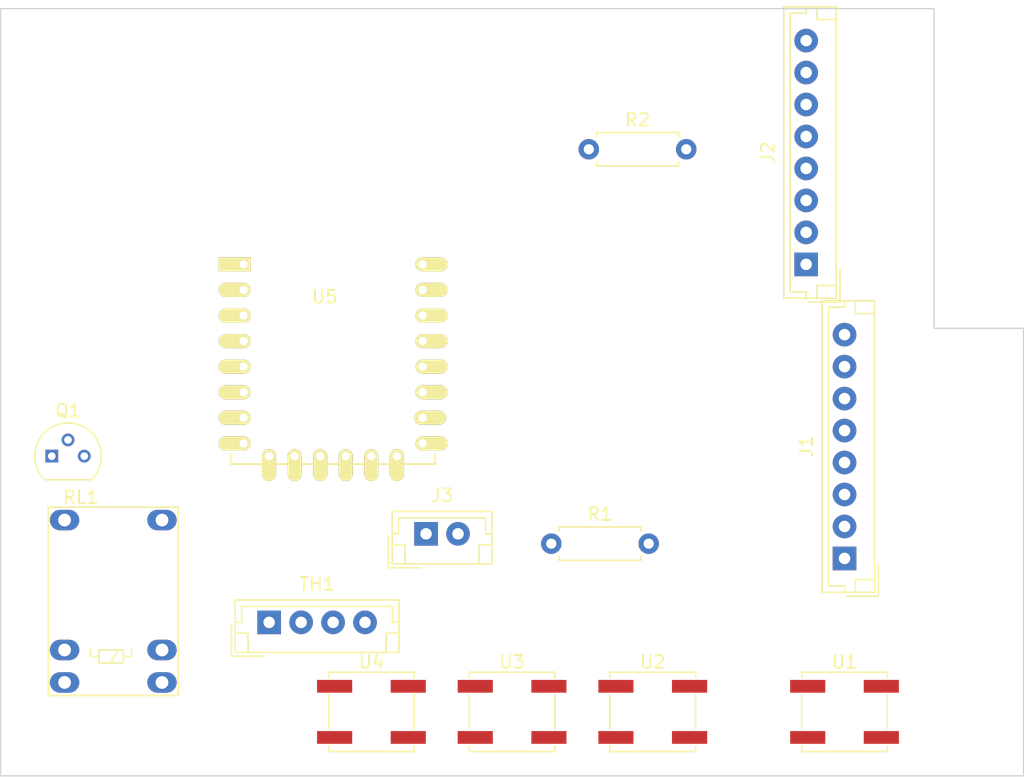
<source format=kicad_pcb>
(kicad_pcb (version 4) (host pcbnew 4.0.6+dfsg1-1)

  (general
    (links 42)
    (no_connects 42)
    (area 96.949999 71.949999 177.050001 132.050001)
    (thickness 1.6)
    (drawings 6)
    (tracks 0)
    (zones 0)
    (modules 13)
    (nets 19)
  )

  (page A4)
  (layers
    (0 F.Cu signal)
    (31 B.Cu signal)
    (32 B.Adhes user)
    (33 F.Adhes user)
    (34 B.Paste user)
    (35 F.Paste user)
    (36 B.SilkS user)
    (37 F.SilkS user)
    (38 B.Mask user)
    (39 F.Mask user)
    (40 Dwgs.User user)
    (41 Cmts.User user)
    (42 Eco1.User user)
    (43 Eco2.User user)
    (44 Edge.Cuts user)
    (45 Margin user)
    (46 B.CrtYd user)
    (47 F.CrtYd user)
    (48 B.Fab user)
    (49 F.Fab user)
  )

  (setup
    (last_trace_width 0.8)
    (trace_clearance 0.2)
    (zone_clearance 0.508)
    (zone_45_only no)
    (trace_min 0.2)
    (segment_width 0.2)
    (edge_width 0.1)
    (via_size 1)
    (via_drill 0.8)
    (via_min_size 0.4)
    (via_min_drill 0.3)
    (uvia_size 0.8)
    (uvia_drill 0.6)
    (uvias_allowed no)
    (uvia_min_size 0.2)
    (uvia_min_drill 0.1)
    (pcb_text_width 0.3)
    (pcb_text_size 1.5 1.5)
    (mod_edge_width 0.15)
    (mod_text_size 1 1)
    (mod_text_width 0.15)
    (pad_size 1.5 1.5)
    (pad_drill 0.6)
    (pad_to_mask_clearance 0)
    (aux_axis_origin 0 0)
    (visible_elements FFFFFF7F)
    (pcbplotparams
      (layerselection 0x00030_80000001)
      (usegerberextensions false)
      (excludeedgelayer true)
      (linewidth 0.100000)
      (plotframeref false)
      (viasonmask false)
      (mode 1)
      (useauxorigin false)
      (hpglpennumber 1)
      (hpglpenspeed 20)
      (hpglpendiameter 15)
      (hpglpenoverlay 2)
      (psnegative false)
      (psa4output false)
      (plotreference true)
      (plotvalue true)
      (plotinvisibletext false)
      (padsonsilk false)
      (subtractmaskfromsilk false)
      (outputformat 1)
      (mirror false)
      (drillshape 1)
      (scaleselection 1)
      (outputdirectory ""))
  )

  (net 0 "")
  (net 1 GND)
  (net 2 VCC)
  (net 3 "Net-(J1-Pad3)")
  (net 4 "Net-(J1-Pad4)")
  (net 5 "Net-(J1-Pad6)")
  (net 6 "Net-(J1-Pad8)")
  (net 7 "Net-(J2-Pad3)")
  (net 8 "Net-(J2-Pad4)")
  (net 9 "Net-(J2-Pad5)")
  (net 10 "Net-(J2-Pad6)")
  (net 11 "Net-(J2-Pad8)")
  (net 12 "Net-(J3-Pad1)")
  (net 13 "Net-(J3-Pad2)")
  (net 14 "Net-(Q1-Pad2)")
  (net 15 "Net-(Q1-Pad1)")
  (net 16 "Net-(TH1-Pad2)")
  (net 17 "Net-(U1-Pad1)")
  (net 18 "Net-(U3-Pad1)")

  (net_class Default "Esta es la clase de red por defecto."
    (clearance 0.2)
    (trace_width 0.8)
    (via_dia 1)
    (via_drill 0.8)
    (uvia_dia 0.8)
    (uvia_drill 0.6)
    (add_net GND)
    (add_net "Net-(J1-Pad3)")
    (add_net "Net-(J1-Pad4)")
    (add_net "Net-(J1-Pad6)")
    (add_net "Net-(J1-Pad8)")
    (add_net "Net-(J2-Pad3)")
    (add_net "Net-(J2-Pad4)")
    (add_net "Net-(J2-Pad5)")
    (add_net "Net-(J2-Pad6)")
    (add_net "Net-(J2-Pad8)")
    (add_net "Net-(J3-Pad1)")
    (add_net "Net-(J3-Pad2)")
    (add_net "Net-(Q1-Pad1)")
    (add_net "Net-(Q1-Pad2)")
    (add_net "Net-(TH1-Pad2)")
    (add_net "Net-(U1-Pad1)")
    (add_net "Net-(U3-Pad1)")
    (add_net VCC)
  )

  (module Connectors_JST:JST_EH_B08B-EH-A_08x2.50mm_Straight (layer F.Cu) (tedit 58A3B0B5) (tstamp 5A87F9E5)
    (at 163 115 90)
    (descr "JST EH series connector, B08B-EH-A, 2.50mm pitch, top entry")
    (tags "connector jst eh top vertical straight")
    (path /5A5BA311)
    (fp_text reference J1 (at 8.75 -3 90) (layer F.SilkS)
      (effects (font (size 1 1) (thickness 0.15)))
    )
    (fp_text value CONN_01X08 (at 8.75 3.5 90) (layer F.Fab)
      (effects (font (size 1 1) (thickness 0.15)))
    )
    (fp_text user %R (at 8.75 -3 90) (layer F.Fab)
      (effects (font (size 1 1) (thickness 0.15)))
    )
    (fp_line (start -2.5 -1.6) (end -2.5 2.2) (layer F.Fab) (width 0.1))
    (fp_line (start -2.5 2.2) (end 20 2.2) (layer F.Fab) (width 0.1))
    (fp_line (start 20 2.2) (end 20 -1.6) (layer F.Fab) (width 0.1))
    (fp_line (start 20 -1.6) (end -2.5 -1.6) (layer F.Fab) (width 0.1))
    (fp_line (start -2.65 -1.75) (end -2.65 2.35) (layer F.SilkS) (width 0.12))
    (fp_line (start -2.65 2.35) (end 20.15 2.35) (layer F.SilkS) (width 0.12))
    (fp_line (start 20.15 2.35) (end 20.15 -1.75) (layer F.SilkS) (width 0.12))
    (fp_line (start 20.15 -1.75) (end -2.65 -1.75) (layer F.SilkS) (width 0.12))
    (fp_line (start -2.65 0) (end -2.15 0) (layer F.SilkS) (width 0.12))
    (fp_line (start -2.15 0) (end -2.15 -1.25) (layer F.SilkS) (width 0.12))
    (fp_line (start -2.15 -1.25) (end 19.65 -1.25) (layer F.SilkS) (width 0.12))
    (fp_line (start 19.65 -1.25) (end 19.65 0) (layer F.SilkS) (width 0.12))
    (fp_line (start 19.65 0) (end 20.15 0) (layer F.SilkS) (width 0.12))
    (fp_line (start -2.65 0.85) (end -1.65 0.85) (layer F.SilkS) (width 0.12))
    (fp_line (start -1.65 0.85) (end -1.65 2.35) (layer F.SilkS) (width 0.12))
    (fp_line (start 20.15 0.85) (end 19.15 0.85) (layer F.SilkS) (width 0.12))
    (fp_line (start 19.15 0.85) (end 19.15 2.35) (layer F.SilkS) (width 0.12))
    (fp_line (start -2.95 0.15) (end -2.95 2.65) (layer F.SilkS) (width 0.12))
    (fp_line (start -2.95 2.65) (end -0.45 2.65) (layer F.SilkS) (width 0.12))
    (fp_line (start -2.95 0.15) (end -2.95 2.65) (layer F.Fab) (width 0.1))
    (fp_line (start -2.95 2.65) (end -0.45 2.65) (layer F.Fab) (width 0.1))
    (fp_line (start -3.15 -2.25) (end -3.15 2.85) (layer F.CrtYd) (width 0.05))
    (fp_line (start -3.15 2.85) (end 20.65 2.85) (layer F.CrtYd) (width 0.05))
    (fp_line (start 20.65 2.85) (end 20.65 -2.25) (layer F.CrtYd) (width 0.05))
    (fp_line (start 20.65 -2.25) (end -3.15 -2.25) (layer F.CrtYd) (width 0.05))
    (pad 1 thru_hole rect (at 0 0 90) (size 1.85 1.85) (drill 0.9) (layers *.Cu *.Mask)
      (net 1 GND))
    (pad 2 thru_hole circle (at 2.5 0 90) (size 1.85 1.85) (drill 0.9) (layers *.Cu *.Mask)
      (net 2 VCC))
    (pad 3 thru_hole circle (at 5 0 90) (size 1.85 1.85) (drill 0.9) (layers *.Cu *.Mask)
      (net 3 "Net-(J1-Pad3)"))
    (pad 4 thru_hole circle (at 7.5 0 90) (size 1.85 1.85) (drill 0.9) (layers *.Cu *.Mask)
      (net 4 "Net-(J1-Pad4)"))
    (pad 5 thru_hole circle (at 10 0 90) (size 1.85 1.85) (drill 0.9) (layers *.Cu *.Mask))
    (pad 6 thru_hole circle (at 12.5 0 90) (size 1.85 1.85) (drill 0.9) (layers *.Cu *.Mask)
      (net 5 "Net-(J1-Pad6)"))
    (pad 7 thru_hole circle (at 15 0 90) (size 1.85 1.85) (drill 0.9) (layers *.Cu *.Mask))
    (pad 8 thru_hole circle (at 17.5 0 90) (size 1.85 1.85) (drill 0.9) (layers *.Cu *.Mask)
      (net 6 "Net-(J1-Pad8)"))
    (model Connectors_JST.3dshapes/JST_EH_B08B-EH-A_08x2.50mm_Straight.wrl
      (at (xyz 0 0 0))
      (scale (xyz 1 1 1))
      (rotate (xyz 0 0 0))
    )
  )

  (module Connectors_JST:JST_EH_B08B-EH-A_08x2.50mm_Straight (layer F.Cu) (tedit 58A3B0B5) (tstamp 5A87FA0B)
    (at 160 92 90)
    (descr "JST EH series connector, B08B-EH-A, 2.50mm pitch, top entry")
    (tags "connector jst eh top vertical straight")
    (path /5A4E01C7)
    (fp_text reference J2 (at 8.75 -3 90) (layer F.SilkS)
      (effects (font (size 1 1) (thickness 0.15)))
    )
    (fp_text value DISPLAY (at 8.75 3.5 90) (layer F.Fab)
      (effects (font (size 1 1) (thickness 0.15)))
    )
    (fp_text user %R (at 8.75 -3 90) (layer F.Fab)
      (effects (font (size 1 1) (thickness 0.15)))
    )
    (fp_line (start -2.5 -1.6) (end -2.5 2.2) (layer F.Fab) (width 0.1))
    (fp_line (start -2.5 2.2) (end 20 2.2) (layer F.Fab) (width 0.1))
    (fp_line (start 20 2.2) (end 20 -1.6) (layer F.Fab) (width 0.1))
    (fp_line (start 20 -1.6) (end -2.5 -1.6) (layer F.Fab) (width 0.1))
    (fp_line (start -2.65 -1.75) (end -2.65 2.35) (layer F.SilkS) (width 0.12))
    (fp_line (start -2.65 2.35) (end 20.15 2.35) (layer F.SilkS) (width 0.12))
    (fp_line (start 20.15 2.35) (end 20.15 -1.75) (layer F.SilkS) (width 0.12))
    (fp_line (start 20.15 -1.75) (end -2.65 -1.75) (layer F.SilkS) (width 0.12))
    (fp_line (start -2.65 0) (end -2.15 0) (layer F.SilkS) (width 0.12))
    (fp_line (start -2.15 0) (end -2.15 -1.25) (layer F.SilkS) (width 0.12))
    (fp_line (start -2.15 -1.25) (end 19.65 -1.25) (layer F.SilkS) (width 0.12))
    (fp_line (start 19.65 -1.25) (end 19.65 0) (layer F.SilkS) (width 0.12))
    (fp_line (start 19.65 0) (end 20.15 0) (layer F.SilkS) (width 0.12))
    (fp_line (start -2.65 0.85) (end -1.65 0.85) (layer F.SilkS) (width 0.12))
    (fp_line (start -1.65 0.85) (end -1.65 2.35) (layer F.SilkS) (width 0.12))
    (fp_line (start 20.15 0.85) (end 19.15 0.85) (layer F.SilkS) (width 0.12))
    (fp_line (start 19.15 0.85) (end 19.15 2.35) (layer F.SilkS) (width 0.12))
    (fp_line (start -2.95 0.15) (end -2.95 2.65) (layer F.SilkS) (width 0.12))
    (fp_line (start -2.95 2.65) (end -0.45 2.65) (layer F.SilkS) (width 0.12))
    (fp_line (start -2.95 0.15) (end -2.95 2.65) (layer F.Fab) (width 0.1))
    (fp_line (start -2.95 2.65) (end -0.45 2.65) (layer F.Fab) (width 0.1))
    (fp_line (start -3.15 -2.25) (end -3.15 2.85) (layer F.CrtYd) (width 0.05))
    (fp_line (start -3.15 2.85) (end 20.65 2.85) (layer F.CrtYd) (width 0.05))
    (fp_line (start 20.65 2.85) (end 20.65 -2.25) (layer F.CrtYd) (width 0.05))
    (fp_line (start 20.65 -2.25) (end -3.15 -2.25) (layer F.CrtYd) (width 0.05))
    (pad 1 thru_hole rect (at 0 0 90) (size 1.85 1.85) (drill 0.9) (layers *.Cu *.Mask)
      (net 1 GND))
    (pad 2 thru_hole circle (at 2.5 0 90) (size 1.85 1.85) (drill 0.9) (layers *.Cu *.Mask)
      (net 2 VCC))
    (pad 3 thru_hole circle (at 5 0 90) (size 1.85 1.85) (drill 0.9) (layers *.Cu *.Mask)
      (net 7 "Net-(J2-Pad3)"))
    (pad 4 thru_hole circle (at 7.5 0 90) (size 1.85 1.85) (drill 0.9) (layers *.Cu *.Mask)
      (net 8 "Net-(J2-Pad4)"))
    (pad 5 thru_hole circle (at 10 0 90) (size 1.85 1.85) (drill 0.9) (layers *.Cu *.Mask)
      (net 9 "Net-(J2-Pad5)"))
    (pad 6 thru_hole circle (at 12.5 0 90) (size 1.85 1.85) (drill 0.9) (layers *.Cu *.Mask)
      (net 10 "Net-(J2-Pad6)"))
    (pad 7 thru_hole circle (at 15 0 90) (size 1.85 1.85) (drill 0.9) (layers *.Cu *.Mask)
      (net 1 GND))
    (pad 8 thru_hole circle (at 17.5 0 90) (size 1.85 1.85) (drill 0.9) (layers *.Cu *.Mask)
      (net 11 "Net-(J2-Pad8)"))
    (model Connectors_JST.3dshapes/JST_EH_B08B-EH-A_08x2.50mm_Straight.wrl
      (at (xyz 0 0 0))
      (scale (xyz 1 1 1))
      (rotate (xyz 0 0 0))
    )
  )

  (module Connectors_JST:JST_EH_B02B-EH-A_02x2.50mm_Straight (layer F.Cu) (tedit 58A3B0B5) (tstamp 5A87FA2B)
    (at 130.271429 113.075)
    (descr "JST EH series connector, B02B-EH-A, 2.50mm pitch, top entry")
    (tags "connector jst eh top vertical straight")
    (path /5A4FB526)
    (fp_text reference J3 (at 1.25 -3) (layer F.SilkS)
      (effects (font (size 1 1) (thickness 0.15)))
    )
    (fp_text value CONN_01X02_MALE (at 1.25 3.5) (layer F.Fab)
      (effects (font (size 1 1) (thickness 0.15)))
    )
    (fp_text user %R (at 1.25 -3) (layer F.Fab)
      (effects (font (size 1 1) (thickness 0.15)))
    )
    (fp_line (start -2.5 -1.6) (end -2.5 2.2) (layer F.Fab) (width 0.1))
    (fp_line (start -2.5 2.2) (end 5 2.2) (layer F.Fab) (width 0.1))
    (fp_line (start 5 2.2) (end 5 -1.6) (layer F.Fab) (width 0.1))
    (fp_line (start 5 -1.6) (end -2.5 -1.6) (layer F.Fab) (width 0.1))
    (fp_line (start -2.65 -1.75) (end -2.65 2.35) (layer F.SilkS) (width 0.12))
    (fp_line (start -2.65 2.35) (end 5.15 2.35) (layer F.SilkS) (width 0.12))
    (fp_line (start 5.15 2.35) (end 5.15 -1.75) (layer F.SilkS) (width 0.12))
    (fp_line (start 5.15 -1.75) (end -2.65 -1.75) (layer F.SilkS) (width 0.12))
    (fp_line (start -2.65 0) (end -2.15 0) (layer F.SilkS) (width 0.12))
    (fp_line (start -2.15 0) (end -2.15 -1.25) (layer F.SilkS) (width 0.12))
    (fp_line (start -2.15 -1.25) (end 4.65 -1.25) (layer F.SilkS) (width 0.12))
    (fp_line (start 4.65 -1.25) (end 4.65 0) (layer F.SilkS) (width 0.12))
    (fp_line (start 4.65 0) (end 5.15 0) (layer F.SilkS) (width 0.12))
    (fp_line (start -2.65 0.85) (end -1.65 0.85) (layer F.SilkS) (width 0.12))
    (fp_line (start -1.65 0.85) (end -1.65 2.35) (layer F.SilkS) (width 0.12))
    (fp_line (start 5.15 0.85) (end 4.15 0.85) (layer F.SilkS) (width 0.12))
    (fp_line (start 4.15 0.85) (end 4.15 2.35) (layer F.SilkS) (width 0.12))
    (fp_line (start -2.95 0.15) (end -2.95 2.65) (layer F.SilkS) (width 0.12))
    (fp_line (start -2.95 2.65) (end -0.45 2.65) (layer F.SilkS) (width 0.12))
    (fp_line (start -2.95 0.15) (end -2.95 2.65) (layer F.Fab) (width 0.1))
    (fp_line (start -2.95 2.65) (end -0.45 2.65) (layer F.Fab) (width 0.1))
    (fp_line (start -3.15 -2.25) (end -3.15 2.85) (layer F.CrtYd) (width 0.05))
    (fp_line (start -3.15 2.85) (end 5.65 2.85) (layer F.CrtYd) (width 0.05))
    (fp_line (start 5.65 2.85) (end 5.65 -2.25) (layer F.CrtYd) (width 0.05))
    (fp_line (start 5.65 -2.25) (end -3.15 -2.25) (layer F.CrtYd) (width 0.05))
    (pad 1 thru_hole rect (at 0 0) (size 1.85 1.85) (drill 0.9) (layers *.Cu *.Mask)
      (net 12 "Net-(J3-Pad1)"))
    (pad 2 thru_hole circle (at 2.5 0) (size 1.85 1.85) (drill 0.9) (layers *.Cu *.Mask)
      (net 13 "Net-(J3-Pad2)"))
    (model Connectors_JST.3dshapes/JST_EH_B02B-EH-A_02x2.50mm_Straight.wrl
      (at (xyz 0 0 0))
      (scale (xyz 1 1 1))
      (rotate (xyz 0 0 0))
    )
  )

  (module TO_SOT_Packages_THT:TO-92_Molded_Narrow (layer F.Cu) (tedit 58610942) (tstamp 5A87FA3C)
    (at 101 107)
    (descr "TO-92 leads molded, narrow, drill 0.6mm (see NXP sot054_po.pdf)")
    (tags "to-92 sc-43 sc-43a sot54 PA33 transistor")
    (path /5A654E68)
    (fp_text reference Q1 (at 1.27 -3.556) (layer F.SilkS)
      (effects (font (size 1 1) (thickness 0.15)))
    )
    (fp_text value BC547 (at 1.27 2.794) (layer F.Fab)
      (effects (font (size 1 1) (thickness 0.15)))
    )
    (fp_line (start -1.65 -2.9) (end 4.15 -2.9) (layer F.CrtYd) (width 0.05))
    (fp_line (start 4.15 -2.9) (end 4.15 2.2) (layer F.CrtYd) (width 0.05))
    (fp_line (start 4.15 2.2) (end -1.65 2.2) (layer F.CrtYd) (width 0.05))
    (fp_line (start -1.65 2.2) (end -1.65 -2.9) (layer F.CrtYd) (width 0.05))
    (fp_line (start -0.53 1.85) (end 3.07 1.85) (layer F.SilkS) (width 0.12))
    (fp_line (start -0.5 1.75) (end 3 1.75) (layer F.Fab) (width 0.1))
    (fp_arc (start 1.27 0) (end 1.27 -2.48) (angle 135) (layer F.Fab) (width 0.1))
    (fp_arc (start 1.27 0) (end 1.27 -2.6) (angle -135) (layer F.SilkS) (width 0.12))
    (fp_arc (start 1.27 0) (end 1.27 -2.48) (angle -135) (layer F.Fab) (width 0.1))
    (fp_arc (start 1.27 0) (end 1.27 -2.6) (angle 135) (layer F.SilkS) (width 0.12))
    (pad 2 thru_hole circle (at 1.27 -1.27 90) (size 1 1) (drill 0.6) (layers *.Cu *.Mask)
      (net 14 "Net-(Q1-Pad2)"))
    (pad 3 thru_hole circle (at 2.54 0 90) (size 1 1) (drill 0.6) (layers *.Cu *.Mask)
      (net 1 GND))
    (pad 1 thru_hole rect (at 0 0 90) (size 1 1) (drill 0.6) (layers *.Cu *.Mask)
      (net 15 "Net-(Q1-Pad1)"))
    (model TO_SOT_Packages_THT.3dshapes/TO-92_Molded_Narrow.wrl
      (at (xyz 0.05 0 0))
      (scale (xyz 1 1 1))
      (rotate (xyz 0 0 -90))
    )
  )

  (module Resistors_THT:R_Axial_DIN0207_L6.3mm_D2.5mm_P7.62mm_Horizontal (layer F.Cu) (tedit 5874F706) (tstamp 5A87FA52)
    (at 140.065001 113.845)
    (descr "Resistor, Axial_DIN0207 series, Axial, Horizontal, pin pitch=7.62mm, 0.25W = 1/4W, length*diameter=6.3*2.5mm^2, http://cdn-reichelt.de/documents/datenblatt/B400/1_4W%23YAG.pdf")
    (tags "Resistor Axial_DIN0207 series Axial Horizontal pin pitch 7.62mm 0.25W = 1/4W length 6.3mm diameter 2.5mm")
    (path /5A6536F5)
    (fp_text reference R1 (at 3.81 -2.31) (layer F.SilkS)
      (effects (font (size 1 1) (thickness 0.15)))
    )
    (fp_text value R (at 3.81 2.31) (layer F.Fab)
      (effects (font (size 1 1) (thickness 0.15)))
    )
    (fp_line (start 0.66 -1.25) (end 0.66 1.25) (layer F.Fab) (width 0.1))
    (fp_line (start 0.66 1.25) (end 6.96 1.25) (layer F.Fab) (width 0.1))
    (fp_line (start 6.96 1.25) (end 6.96 -1.25) (layer F.Fab) (width 0.1))
    (fp_line (start 6.96 -1.25) (end 0.66 -1.25) (layer F.Fab) (width 0.1))
    (fp_line (start 0 0) (end 0.66 0) (layer F.Fab) (width 0.1))
    (fp_line (start 7.62 0) (end 6.96 0) (layer F.Fab) (width 0.1))
    (fp_line (start 0.6 -0.98) (end 0.6 -1.31) (layer F.SilkS) (width 0.12))
    (fp_line (start 0.6 -1.31) (end 7.02 -1.31) (layer F.SilkS) (width 0.12))
    (fp_line (start 7.02 -1.31) (end 7.02 -0.98) (layer F.SilkS) (width 0.12))
    (fp_line (start 0.6 0.98) (end 0.6 1.31) (layer F.SilkS) (width 0.12))
    (fp_line (start 0.6 1.31) (end 7.02 1.31) (layer F.SilkS) (width 0.12))
    (fp_line (start 7.02 1.31) (end 7.02 0.98) (layer F.SilkS) (width 0.12))
    (fp_line (start -1.05 -1.6) (end -1.05 1.6) (layer F.CrtYd) (width 0.05))
    (fp_line (start -1.05 1.6) (end 8.7 1.6) (layer F.CrtYd) (width 0.05))
    (fp_line (start 8.7 1.6) (end 8.7 -1.6) (layer F.CrtYd) (width 0.05))
    (fp_line (start 8.7 -1.6) (end -1.05 -1.6) (layer F.CrtYd) (width 0.05))
    (pad 1 thru_hole circle (at 0 0) (size 1.6 1.6) (drill 0.8) (layers *.Cu *.Mask)
      (net 9 "Net-(J2-Pad5)"))
    (pad 2 thru_hole oval (at 7.62 0) (size 1.6 1.6) (drill 0.8) (layers *.Cu *.Mask)
      (net 2 VCC))
    (model Resistors_THT.3dshapes/R_Axial_DIN0207_L6.3mm_D2.5mm_P7.62mm_Horizontal.wrl
      (at (xyz 0 0 0))
      (scale (xyz 0.393701 0.393701 0.393701))
      (rotate (xyz 0 0 0))
    )
  )

  (module Resistors_THT:R_Axial_DIN0207_L6.3mm_D2.5mm_P7.62mm_Horizontal (layer F.Cu) (tedit 5874F706) (tstamp 5A87FA68)
    (at 143 83)
    (descr "Resistor, Axial_DIN0207 series, Axial, Horizontal, pin pitch=7.62mm, 0.25W = 1/4W, length*diameter=6.3*2.5mm^2, http://cdn-reichelt.de/documents/datenblatt/B400/1_4W%23YAG.pdf")
    (tags "Resistor Axial_DIN0207 series Axial Horizontal pin pitch 7.62mm 0.25W = 1/4W length 6.3mm diameter 2.5mm")
    (path /5A5BD796)
    (fp_text reference R2 (at 3.81 -2.31) (layer F.SilkS)
      (effects (font (size 1 1) (thickness 0.15)))
    )
    (fp_text value R (at 3.81 2.31) (layer F.Fab)
      (effects (font (size 1 1) (thickness 0.15)))
    )
    (fp_line (start 0.66 -1.25) (end 0.66 1.25) (layer F.Fab) (width 0.1))
    (fp_line (start 0.66 1.25) (end 6.96 1.25) (layer F.Fab) (width 0.1))
    (fp_line (start 6.96 1.25) (end 6.96 -1.25) (layer F.Fab) (width 0.1))
    (fp_line (start 6.96 -1.25) (end 0.66 -1.25) (layer F.Fab) (width 0.1))
    (fp_line (start 0 0) (end 0.66 0) (layer F.Fab) (width 0.1))
    (fp_line (start 7.62 0) (end 6.96 0) (layer F.Fab) (width 0.1))
    (fp_line (start 0.6 -0.98) (end 0.6 -1.31) (layer F.SilkS) (width 0.12))
    (fp_line (start 0.6 -1.31) (end 7.02 -1.31) (layer F.SilkS) (width 0.12))
    (fp_line (start 7.02 -1.31) (end 7.02 -0.98) (layer F.SilkS) (width 0.12))
    (fp_line (start 0.6 0.98) (end 0.6 1.31) (layer F.SilkS) (width 0.12))
    (fp_line (start 0.6 1.31) (end 7.02 1.31) (layer F.SilkS) (width 0.12))
    (fp_line (start 7.02 1.31) (end 7.02 0.98) (layer F.SilkS) (width 0.12))
    (fp_line (start -1.05 -1.6) (end -1.05 1.6) (layer F.CrtYd) (width 0.05))
    (fp_line (start -1.05 1.6) (end 8.7 1.6) (layer F.CrtYd) (width 0.05))
    (fp_line (start 8.7 1.6) (end 8.7 -1.6) (layer F.CrtYd) (width 0.05))
    (fp_line (start 8.7 -1.6) (end -1.05 -1.6) (layer F.CrtYd) (width 0.05))
    (pad 1 thru_hole circle (at 0 0) (size 1.6 1.6) (drill 0.8) (layers *.Cu *.Mask)
      (net 14 "Net-(Q1-Pad2)"))
    (pad 2 thru_hole oval (at 7.62 0) (size 1.6 1.6) (drill 0.8) (layers *.Cu *.Mask)
      (net 4 "Net-(J1-Pad4)"))
    (model Resistors_THT.3dshapes/R_Axial_DIN0207_L6.3mm_D2.5mm_P7.62mm_Horizontal.wrl
      (at (xyz 0 0 0))
      (scale (xyz 0.393701 0.393701 0.393701))
      (rotate (xyz 0 0 0))
    )
  )

  (module Relays_THT:Relay_SPDT_HJR-4102 (layer F.Cu) (tedit 57F111CE) (tstamp 5A87FA87)
    (at 102 112)
    (descr "IM Signal Relay SPDT HJR-4102")
    (tags "Relay SPDT IM-relay HJR-4102")
    (path /5A5E7313)
    (fp_text reference RL1 (at 1.27 -1.778) (layer F.SilkS)
      (effects (font (size 1 1) (thickness 0.15)))
    )
    (fp_text value TIANBO-HJR-4102-L (at 4.064 14.732) (layer F.Fab)
      (effects (font (size 1 1) (thickness 0.15)))
    )
    (fp_line (start 8.89 -1.016) (end 8.89 13.716) (layer F.SilkS) (width 0.12))
    (fp_line (start 8.89 13.716) (end -1.27 13.716) (layer F.SilkS) (width 0.12))
    (fp_line (start -1.27 13.716) (end -1.27 -1.016) (layer F.SilkS) (width 0.12))
    (fp_line (start -1.5 -1.25) (end 9.15 -1.25) (layer F.CrtYd) (width 0.05))
    (fp_line (start 9.15 -1.25) (end 9.15 13.85) (layer F.CrtYd) (width 0.05))
    (fp_line (start 9.15 13.95) (end -1.5 13.95) (layer F.CrtYd) (width 0.05))
    (fp_line (start -1.5 13.85) (end -1.5 -1.25) (layer F.CrtYd) (width 0.05))
    (fp_line (start -1.27 -1.016) (end 8.89 -1.016) (layer F.SilkS) (width 0.12))
    (fp_line (start -1.016 -0.762) (end 8.636 -0.762) (layer F.Fab) (width 0.1))
    (fp_line (start 8.636 -0.762) (end 8.636 13.462) (layer F.Fab) (width 0.1))
    (fp_line (start 8.636 13.462) (end -1.016 13.462) (layer F.Fab) (width 0.1))
    (fp_line (start -1.016 13.462) (end -1.016 -0.762) (layer F.Fab) (width 0.1))
    (fp_line (start 4.216 10.16) (end 3.581 11.176) (layer F.SilkS) (width 0.12))
    (fp_line (start 2.032 10.033) (end 2.032 10.668) (layer F.SilkS) (width 0.12))
    (fp_line (start 2.032 10.668) (end 2.692 10.668) (layer F.SilkS) (width 0.12))
    (fp_line (start 5.232 10.033) (end 5.232 10.668) (layer F.SilkS) (width 0.12))
    (fp_line (start 5.232 10.668) (end 4.597 10.668) (layer F.SilkS) (width 0.12))
    (fp_line (start 4.597 10.16) (end 2.692 10.16) (layer F.SilkS) (width 0.12))
    (fp_line (start 2.692 10.16) (end 2.692 11.176) (layer F.SilkS) (width 0.12))
    (fp_line (start 2.692 11.176) (end 4.597 11.176) (layer F.SilkS) (width 0.12))
    (fp_line (start 4.597 10.16) (end 4.597 11.176) (layer F.SilkS) (width 0.12))
    (pad 12 thru_hole oval (at 7.62 0) (size 2.3 1.6) (drill 1) (layers *.Cu *.Mask)
      (net 13 "Net-(J3-Pad2)"))
    (pad 8 thru_hole oval (at 7.62 10.16) (size 2.3 1.6) (drill 1) (layers *.Cu *.Mask)
      (net 15 "Net-(Q1-Pad1)"))
    (pad 1 thru_hole oval (at 0 0) (size 2.3 1.6) (drill 1) (layers *.Cu *.Mask))
    (pad 5 thru_hole oval (at 0 10.16) (size 2.3 1.6) (drill 1) (layers *.Cu *.Mask)
      (net 2 VCC))
    (pad 7 thru_hole oval (at 7.62 12.7) (size 2.3 1.6) (drill 1) (layers *.Cu *.Mask)
      (net 12 "Net-(J3-Pad1)"))
    (pad 6 thru_hole oval (at 0 12.7) (size 2.3 1.6) (drill 1) (layers *.Cu *.Mask))
    (model Relays_THT.3dshapes/Relay_SPDT_HJR-4102.wrl
      (at (xyz 0 0 0))
      (scale (xyz 0.395 0.395 0.395))
      (rotate (xyz 0 0 90))
    )
  )

  (module Connectors_JST:JST_EH_B04B-EH-A_04x2.50mm_Straight (layer F.Cu) (tedit 58A3B0B5) (tstamp 5A87FAA9)
    (at 118 120)
    (descr "JST EH series connector, B04B-EH-A, 2.50mm pitch, top entry")
    (tags "connector jst eh top vertical straight")
    (path /5A4E1BE0)
    (fp_text reference TH1 (at 3.75 -3) (layer F.SilkS)
      (effects (font (size 1 1) (thickness 0.15)))
    )
    (fp_text value DHT22_Temperature_Humidity (at 3.75 3.5) (layer F.Fab)
      (effects (font (size 1 1) (thickness 0.15)))
    )
    (fp_text user %R (at 3.75 -3) (layer F.Fab)
      (effects (font (size 1 1) (thickness 0.15)))
    )
    (fp_line (start -2.5 -1.6) (end -2.5 2.2) (layer F.Fab) (width 0.1))
    (fp_line (start -2.5 2.2) (end 10 2.2) (layer F.Fab) (width 0.1))
    (fp_line (start 10 2.2) (end 10 -1.6) (layer F.Fab) (width 0.1))
    (fp_line (start 10 -1.6) (end -2.5 -1.6) (layer F.Fab) (width 0.1))
    (fp_line (start -2.65 -1.75) (end -2.65 2.35) (layer F.SilkS) (width 0.12))
    (fp_line (start -2.65 2.35) (end 10.15 2.35) (layer F.SilkS) (width 0.12))
    (fp_line (start 10.15 2.35) (end 10.15 -1.75) (layer F.SilkS) (width 0.12))
    (fp_line (start 10.15 -1.75) (end -2.65 -1.75) (layer F.SilkS) (width 0.12))
    (fp_line (start -2.65 0) (end -2.15 0) (layer F.SilkS) (width 0.12))
    (fp_line (start -2.15 0) (end -2.15 -1.25) (layer F.SilkS) (width 0.12))
    (fp_line (start -2.15 -1.25) (end 9.65 -1.25) (layer F.SilkS) (width 0.12))
    (fp_line (start 9.65 -1.25) (end 9.65 0) (layer F.SilkS) (width 0.12))
    (fp_line (start 9.65 0) (end 10.15 0) (layer F.SilkS) (width 0.12))
    (fp_line (start -2.65 0.85) (end -1.65 0.85) (layer F.SilkS) (width 0.12))
    (fp_line (start -1.65 0.85) (end -1.65 2.35) (layer F.SilkS) (width 0.12))
    (fp_line (start 10.15 0.85) (end 9.15 0.85) (layer F.SilkS) (width 0.12))
    (fp_line (start 9.15 0.85) (end 9.15 2.35) (layer F.SilkS) (width 0.12))
    (fp_line (start -2.95 0.15) (end -2.95 2.65) (layer F.SilkS) (width 0.12))
    (fp_line (start -2.95 2.65) (end -0.45 2.65) (layer F.SilkS) (width 0.12))
    (fp_line (start -2.95 0.15) (end -2.95 2.65) (layer F.Fab) (width 0.1))
    (fp_line (start -2.95 2.65) (end -0.45 2.65) (layer F.Fab) (width 0.1))
    (fp_line (start -3.15 -2.25) (end -3.15 2.85) (layer F.CrtYd) (width 0.05))
    (fp_line (start -3.15 2.85) (end 10.65 2.85) (layer F.CrtYd) (width 0.05))
    (fp_line (start 10.65 2.85) (end 10.65 -2.25) (layer F.CrtYd) (width 0.05))
    (fp_line (start 10.65 -2.25) (end -3.15 -2.25) (layer F.CrtYd) (width 0.05))
    (pad 1 thru_hole rect (at 0 0) (size 1.85 1.85) (drill 0.9) (layers *.Cu *.Mask)
      (net 2 VCC))
    (pad 2 thru_hole circle (at 2.5 0) (size 1.85 1.85) (drill 0.9) (layers *.Cu *.Mask)
      (net 16 "Net-(TH1-Pad2)"))
    (pad 3 thru_hole circle (at 5 0) (size 1.85 1.85) (drill 0.9) (layers *.Cu *.Mask))
    (pad 4 thru_hole circle (at 7.5 0) (size 1.85 1.85) (drill 0.9) (layers *.Cu *.Mask)
      (net 1 GND))
    (model Connectors_JST.3dshapes/JST_EH_B04B-EH-A_04x2.50mm_Straight.wrl
      (at (xyz 0 0 0))
      (scale (xyz 1 1 1))
      (rotate (xyz 0 0 0))
    )
  )

  (module Buttons_Switches_SMD:SW_SPST_EVQP0 (layer F.Cu) (tedit 5872453F) (tstamp 5A87FAC3)
    (at 163 127)
    (descr "Light Touch Switch, https://industrial.panasonic.com/cdbs/www-data/pdf/ATK0000/ATK0000CE28.pdf")
    (path /5A4E2493)
    (attr smd)
    (fp_text reference U1 (at 0 -3.9) (layer F.SilkS)
      (effects (font (size 1 1) (thickness 0.15)))
    )
    (fp_text value MENU (at 0 4.25) (layer F.Fab)
      (effects (font (size 1 1) (thickness 0.15)))
    )
    (fp_line (start -3.35 2.65) (end -3.35 3.1) (layer F.SilkS) (width 0.12))
    (fp_line (start -3.35 3.1) (end 3.35 3.1) (layer F.SilkS) (width 0.12))
    (fp_line (start 3.35 3.1) (end 3.35 2.7) (layer F.SilkS) (width 0.12))
    (fp_line (start -3.35 1.35) (end -3.35 -1.35) (layer F.SilkS) (width 0.12))
    (fp_line (start 3.35 -1.35) (end 3.35 1.35) (layer F.SilkS) (width 0.12))
    (fp_line (start -3.35 -3.1) (end 3.35 -3.1) (layer F.SilkS) (width 0.12))
    (fp_line (start 3.35 -3.1) (end 3.35 -2.65) (layer F.SilkS) (width 0.12))
    (fp_line (start -3.35 -2.65) (end -3.35 -3.1) (layer F.SilkS) (width 0.12))
    (fp_line (start -3.25 -3) (end 3.25 -3) (layer F.Fab) (width 0.1))
    (fp_line (start 3.25 -3) (end 3.25 3) (layer F.Fab) (width 0.1))
    (fp_line (start 3.25 3) (end -3.25 3) (layer F.Fab) (width 0.1))
    (fp_line (start -3.25 3) (end -3.25 -3) (layer F.Fab) (width 0.1))
    (fp_text user %R (at 0 -3.9) (layer F.Fab)
      (effects (font (size 1 1) (thickness 0.15)))
    )
    (fp_line (start -4.5 -3.25) (end 4.5 -3.25) (layer F.CrtYd) (width 0.05))
    (fp_line (start 4.5 -3.25) (end 4.5 3.25) (layer F.CrtYd) (width 0.05))
    (fp_line (start 4.5 3.25) (end -4.5 3.25) (layer F.CrtYd) (width 0.05))
    (fp_line (start -4.5 3.25) (end -4.5 -3.25) (layer F.CrtYd) (width 0.05))
    (fp_circle (center 0 0) (end 1.7 0) (layer F.Fab) (width 0.1))
    (pad 1 smd rect (at 2.88 -2) (size 2.75 1) (layers F.Cu F.Paste F.Mask)
      (net 17 "Net-(U1-Pad1)"))
    (pad 1 smd rect (at -2.88 -2) (size 2.75 1) (layers F.Cu F.Paste F.Mask)
      (net 17 "Net-(U1-Pad1)"))
    (pad 2 smd rect (at -2.88 2) (size 2.75 1) (layers F.Cu F.Paste F.Mask)
      (net 1 GND))
    (pad 2 smd rect (at 2.88 2) (size 2.75 1) (layers F.Cu F.Paste F.Mask)
      (net 1 GND))
  )

  (module Buttons_Switches_SMD:SW_SPST_EVQP0 (layer F.Cu) (tedit 5872453F) (tstamp 5A87FADD)
    (at 148 127)
    (descr "Light Touch Switch, https://industrial.panasonic.com/cdbs/www-data/pdf/ATK0000/ATK0000CE28.pdf")
    (path /5A4E28C2)
    (attr smd)
    (fp_text reference U2 (at 0 -3.9) (layer F.SilkS)
      (effects (font (size 1 1) (thickness 0.15)))
    )
    (fp_text value MAS (at 0 4.25) (layer F.Fab)
      (effects (font (size 1 1) (thickness 0.15)))
    )
    (fp_line (start -3.35 2.65) (end -3.35 3.1) (layer F.SilkS) (width 0.12))
    (fp_line (start -3.35 3.1) (end 3.35 3.1) (layer F.SilkS) (width 0.12))
    (fp_line (start 3.35 3.1) (end 3.35 2.7) (layer F.SilkS) (width 0.12))
    (fp_line (start -3.35 1.35) (end -3.35 -1.35) (layer F.SilkS) (width 0.12))
    (fp_line (start 3.35 -1.35) (end 3.35 1.35) (layer F.SilkS) (width 0.12))
    (fp_line (start -3.35 -3.1) (end 3.35 -3.1) (layer F.SilkS) (width 0.12))
    (fp_line (start 3.35 -3.1) (end 3.35 -2.65) (layer F.SilkS) (width 0.12))
    (fp_line (start -3.35 -2.65) (end -3.35 -3.1) (layer F.SilkS) (width 0.12))
    (fp_line (start -3.25 -3) (end 3.25 -3) (layer F.Fab) (width 0.1))
    (fp_line (start 3.25 -3) (end 3.25 3) (layer F.Fab) (width 0.1))
    (fp_line (start 3.25 3) (end -3.25 3) (layer F.Fab) (width 0.1))
    (fp_line (start -3.25 3) (end -3.25 -3) (layer F.Fab) (width 0.1))
    (fp_text user %R (at 0 -3.9) (layer F.Fab)
      (effects (font (size 1 1) (thickness 0.15)))
    )
    (fp_line (start -4.5 -3.25) (end 4.5 -3.25) (layer F.CrtYd) (width 0.05))
    (fp_line (start 4.5 -3.25) (end 4.5 3.25) (layer F.CrtYd) (width 0.05))
    (fp_line (start 4.5 3.25) (end -4.5 3.25) (layer F.CrtYd) (width 0.05))
    (fp_line (start -4.5 3.25) (end -4.5 -3.25) (layer F.CrtYd) (width 0.05))
    (fp_circle (center 0 0) (end 1.7 0) (layer F.Fab) (width 0.1))
    (pad 1 smd rect (at 2.88 -2) (size 2.75 1) (layers F.Cu F.Paste F.Mask)
      (net 6 "Net-(J1-Pad8)"))
    (pad 1 smd rect (at -2.88 -2) (size 2.75 1) (layers F.Cu F.Paste F.Mask)
      (net 6 "Net-(J1-Pad8)"))
    (pad 2 smd rect (at -2.88 2) (size 2.75 1) (layers F.Cu F.Paste F.Mask)
      (net 1 GND))
    (pad 2 smd rect (at 2.88 2) (size 2.75 1) (layers F.Cu F.Paste F.Mask)
      (net 1 GND))
  )

  (module Buttons_Switches_SMD:SW_SPST_EVQP0 (layer F.Cu) (tedit 5872453F) (tstamp 5A87FAF7)
    (at 137 127)
    (descr "Light Touch Switch, https://industrial.panasonic.com/cdbs/www-data/pdf/ATK0000/ATK0000CE28.pdf")
    (path /5A4E2949)
    (attr smd)
    (fp_text reference U3 (at 0 -3.9) (layer F.SilkS)
      (effects (font (size 1 1) (thickness 0.15)))
    )
    (fp_text value MENOS (at 0 4.25) (layer F.Fab)
      (effects (font (size 1 1) (thickness 0.15)))
    )
    (fp_line (start -3.35 2.65) (end -3.35 3.1) (layer F.SilkS) (width 0.12))
    (fp_line (start -3.35 3.1) (end 3.35 3.1) (layer F.SilkS) (width 0.12))
    (fp_line (start 3.35 3.1) (end 3.35 2.7) (layer F.SilkS) (width 0.12))
    (fp_line (start -3.35 1.35) (end -3.35 -1.35) (layer F.SilkS) (width 0.12))
    (fp_line (start 3.35 -1.35) (end 3.35 1.35) (layer F.SilkS) (width 0.12))
    (fp_line (start -3.35 -3.1) (end 3.35 -3.1) (layer F.SilkS) (width 0.12))
    (fp_line (start 3.35 -3.1) (end 3.35 -2.65) (layer F.SilkS) (width 0.12))
    (fp_line (start -3.35 -2.65) (end -3.35 -3.1) (layer F.SilkS) (width 0.12))
    (fp_line (start -3.25 -3) (end 3.25 -3) (layer F.Fab) (width 0.1))
    (fp_line (start 3.25 -3) (end 3.25 3) (layer F.Fab) (width 0.1))
    (fp_line (start 3.25 3) (end -3.25 3) (layer F.Fab) (width 0.1))
    (fp_line (start -3.25 3) (end -3.25 -3) (layer F.Fab) (width 0.1))
    (fp_text user %R (at 0 -3.9) (layer F.Fab)
      (effects (font (size 1 1) (thickness 0.15)))
    )
    (fp_line (start -4.5 -3.25) (end 4.5 -3.25) (layer F.CrtYd) (width 0.05))
    (fp_line (start 4.5 -3.25) (end 4.5 3.25) (layer F.CrtYd) (width 0.05))
    (fp_line (start 4.5 3.25) (end -4.5 3.25) (layer F.CrtYd) (width 0.05))
    (fp_line (start -4.5 3.25) (end -4.5 -3.25) (layer F.CrtYd) (width 0.05))
    (fp_circle (center 0 0) (end 1.7 0) (layer F.Fab) (width 0.1))
    (pad 1 smd rect (at 2.88 -2) (size 2.75 1) (layers F.Cu F.Paste F.Mask)
      (net 18 "Net-(U3-Pad1)"))
    (pad 1 smd rect (at -2.88 -2) (size 2.75 1) (layers F.Cu F.Paste F.Mask)
      (net 18 "Net-(U3-Pad1)"))
    (pad 2 smd rect (at -2.88 2) (size 2.75 1) (layers F.Cu F.Paste F.Mask)
      (net 1 GND))
    (pad 2 smd rect (at 2.88 2) (size 2.75 1) (layers F.Cu F.Paste F.Mask)
      (net 1 GND))
  )

  (module Buttons_Switches_SMD:SW_SPST_EVQP0 (layer F.Cu) (tedit 5872453F) (tstamp 5A87FB11)
    (at 126 127)
    (descr "Light Touch Switch, https://industrial.panasonic.com/cdbs/www-data/pdf/ATK0000/ATK0000CE28.pdf")
    (path /5A4E29E4)
    (attr smd)
    (fp_text reference U4 (at 0 -3.9) (layer F.SilkS)
      (effects (font (size 1 1) (thickness 0.15)))
    )
    (fp_text value RESET (at 0 4.25) (layer F.Fab)
      (effects (font (size 1 1) (thickness 0.15)))
    )
    (fp_line (start -3.35 2.65) (end -3.35 3.1) (layer F.SilkS) (width 0.12))
    (fp_line (start -3.35 3.1) (end 3.35 3.1) (layer F.SilkS) (width 0.12))
    (fp_line (start 3.35 3.1) (end 3.35 2.7) (layer F.SilkS) (width 0.12))
    (fp_line (start -3.35 1.35) (end -3.35 -1.35) (layer F.SilkS) (width 0.12))
    (fp_line (start 3.35 -1.35) (end 3.35 1.35) (layer F.SilkS) (width 0.12))
    (fp_line (start -3.35 -3.1) (end 3.35 -3.1) (layer F.SilkS) (width 0.12))
    (fp_line (start 3.35 -3.1) (end 3.35 -2.65) (layer F.SilkS) (width 0.12))
    (fp_line (start -3.35 -2.65) (end -3.35 -3.1) (layer F.SilkS) (width 0.12))
    (fp_line (start -3.25 -3) (end 3.25 -3) (layer F.Fab) (width 0.1))
    (fp_line (start 3.25 -3) (end 3.25 3) (layer F.Fab) (width 0.1))
    (fp_line (start 3.25 3) (end -3.25 3) (layer F.Fab) (width 0.1))
    (fp_line (start -3.25 3) (end -3.25 -3) (layer F.Fab) (width 0.1))
    (fp_text user %R (at 0 -3.9) (layer F.Fab)
      (effects (font (size 1 1) (thickness 0.15)))
    )
    (fp_line (start -4.5 -3.25) (end 4.5 -3.25) (layer F.CrtYd) (width 0.05))
    (fp_line (start 4.5 -3.25) (end 4.5 3.25) (layer F.CrtYd) (width 0.05))
    (fp_line (start 4.5 3.25) (end -4.5 3.25) (layer F.CrtYd) (width 0.05))
    (fp_line (start -4.5 3.25) (end -4.5 -3.25) (layer F.CrtYd) (width 0.05))
    (fp_circle (center 0 0) (end 1.7 0) (layer F.Fab) (width 0.1))
    (pad 1 smd rect (at 2.88 -2) (size 2.75 1) (layers F.Cu F.Paste F.Mask)
      (net 9 "Net-(J2-Pad5)"))
    (pad 1 smd rect (at -2.88 -2) (size 2.75 1) (layers F.Cu F.Paste F.Mask)
      (net 9 "Net-(J2-Pad5)"))
    (pad 2 smd rect (at -2.88 2) (size 2.75 1) (layers F.Cu F.Paste F.Mask)
      (net 1 GND))
    (pad 2 smd rect (at 2.88 2) (size 2.75 1) (layers F.Cu F.Paste F.Mask)
      (net 1 GND))
  )

  (module ESP8266:ESP-12E (layer F.Cu) (tedit 58B47889) (tstamp 5A87FB3F)
    (at 116 92)
    (descr "Module, ESP-8266, ESP-12, 16 pad, SMD")
    (tags "Module ESP-8266 ESP8266")
    (path /5A4E0028)
    (fp_text reference U5 (at 6.35 2.54) (layer F.SilkS)
      (effects (font (size 1 1) (thickness 0.15)))
    )
    (fp_text value ESP-12 (at 6.35 6.35) (layer F.Fab) hide
      (effects (font (size 1 1) (thickness 0.15)))
    )
    (fp_line (start -2.25 -0.5) (end -2.25 -8.75) (layer F.CrtYd) (width 0.05))
    (fp_line (start -2.25 -8.75) (end 15.25 -8.75) (layer F.CrtYd) (width 0.05))
    (fp_line (start 15.25 -8.75) (end 16.25 -8.75) (layer F.CrtYd) (width 0.05))
    (fp_line (start 16.25 -8.75) (end 16.25 16) (layer F.CrtYd) (width 0.05))
    (fp_line (start 16.25 16) (end -2.25 16) (layer F.CrtYd) (width 0.05))
    (fp_line (start -2.25 16) (end -2.25 -0.5) (layer F.CrtYd) (width 0.05))
    (fp_line (start -1.016 -8.382) (end 14.986 -8.382) (layer F.CrtYd) (width 0.1524))
    (fp_line (start 14.986 -8.382) (end 14.986 -0.889) (layer F.CrtYd) (width 0.1524))
    (fp_line (start -1.016 -8.382) (end -1.016 -1.016) (layer F.CrtYd) (width 0.1524))
    (fp_line (start -1.016 14.859) (end -1.016 15.621) (layer F.SilkS) (width 0.1524))
    (fp_line (start -1.016 15.621) (end 14.986 15.621) (layer F.SilkS) (width 0.1524))
    (fp_line (start 14.986 15.621) (end 14.986 14.859) (layer F.SilkS) (width 0.1524))
    (fp_line (start 14.992 -8.4) (end -1.008 -2.6) (layer F.CrtYd) (width 0.1524))
    (fp_line (start -1.008 -8.4) (end 14.992 -2.6) (layer F.CrtYd) (width 0.1524))
    (fp_text user "No Copper" (at 6.892 -5.4) (layer F.CrtYd)
      (effects (font (size 1 1) (thickness 0.15)))
    )
    (fp_line (start -1.008 -2.6) (end 14.992 -2.6) (layer F.CrtYd) (width 0.1524))
    (fp_line (start 15 -8.4) (end 15 15.6) (layer F.Fab) (width 0.05))
    (fp_line (start 14.992 15.6) (end -1.008 15.6) (layer F.Fab) (width 0.05))
    (fp_line (start -1.008 15.6) (end -1.008 -8.4) (layer F.Fab) (width 0.05))
    (fp_line (start -1.008 -8.4) (end 14.992 -8.4) (layer F.Fab) (width 0.05))
    (pad 1 thru_hole rect (at 0 0) (size 2.5 1.1) (drill 0.65 (offset -0.7 0)) (layers *.Cu *.Mask F.SilkS)
      (net 9 "Net-(J2-Pad5)"))
    (pad 2 thru_hole oval (at 0 2) (size 2.5 1.1) (drill 0.65 (offset -0.7 0)) (layers *.Cu *.Mask F.SilkS))
    (pad 3 thru_hole oval (at 0 4) (size 2.5 1.1) (drill 0.65 (offset -0.7 0)) (layers *.Cu *.Mask F.SilkS)
      (net 5 "Net-(J1-Pad6)"))
    (pad 4 thru_hole oval (at 0 6) (size 2.5 1.1) (drill 0.65 (offset -0.7 0)) (layers *.Cu *.Mask F.SilkS)
      (net 16 "Net-(TH1-Pad2)"))
    (pad 5 thru_hole oval (at 0 8) (size 2.5 1.1) (drill 0.65 (offset -0.7 0)) (layers *.Cu *.Mask F.SilkS)
      (net 7 "Net-(J2-Pad3)"))
    (pad 6 thru_hole oval (at 0 10) (size 2.5 1.1) (drill 0.65 (offset -0.7 0)) (layers *.Cu *.Mask F.SilkS)
      (net 11 "Net-(J2-Pad8)"))
    (pad 7 thru_hole oval (at 0 12) (size 2.5 1.1) (drill 0.65 (offset -0.7 0)) (layers *.Cu *.Mask F.SilkS)
      (net 8 "Net-(J2-Pad4)"))
    (pad 8 thru_hole oval (at 0 14) (size 2.5 1.1) (drill 0.65 (offset -0.7 0)) (layers *.Cu *.Mask F.SilkS)
      (net 2 VCC))
    (pad 9 thru_hole oval (at 14 14) (size 2.5 1.1) (drill 0.65 (offset 0.7 0)) (layers *.Cu *.Mask F.SilkS)
      (net 1 GND))
    (pad 10 thru_hole oval (at 14 12) (size 2.5 1.1) (drill 0.65 (offset 0.6 0)) (layers *.Cu *.Mask F.SilkS))
    (pad 11 thru_hole oval (at 14 10) (size 2.5 1.1) (drill 0.65 (offset 0.7 0)) (layers *.Cu *.Mask F.SilkS)
      (net 18 "Net-(U3-Pad1)"))
    (pad 12 thru_hole oval (at 14 8) (size 2.5 1.1) (drill 0.65 (offset 0.7 0)) (layers *.Cu *.Mask F.SilkS)
      (net 6 "Net-(J1-Pad8)"))
    (pad 13 thru_hole oval (at 14 6) (size 2.5 1.1) (drill 0.65 (offset 0.7 0)) (layers *.Cu *.Mask F.SilkS)
      (net 10 "Net-(J2-Pad6)"))
    (pad 14 thru_hole oval (at 14 4) (size 2.5 1.1) (drill 0.65 (offset 0.7 0)) (layers *.Cu *.Mask F.SilkS)
      (net 17 "Net-(U1-Pad1)"))
    (pad 15 thru_hole oval (at 14 2) (size 2.5 1.1) (drill 0.65 (offset 0.7 0)) (layers *.Cu *.Mask F.SilkS)
      (net 4 "Net-(J1-Pad4)"))
    (pad 16 thru_hole oval (at 14 0) (size 2.5 1.1) (drill 0.65 (offset 0.7 0)) (layers *.Cu *.Mask F.SilkS)
      (net 3 "Net-(J1-Pad3)"))
    (pad 17 thru_hole oval (at 1.99 15 90) (size 2.5 1.1) (drill 0.65 (offset -0.7 0)) (layers *.Cu *.Mask F.SilkS))
    (pad 18 thru_hole oval (at 3.99 15 90) (size 2.5 1.1) (drill 0.65 (offset -0.7 0)) (layers *.Cu *.Mask F.SilkS))
    (pad 19 thru_hole oval (at 5.99 15 90) (size 2.5 1.1) (drill 0.65 (offset -0.7 0)) (layers *.Cu *.Mask F.SilkS))
    (pad 20 thru_hole oval (at 7.99 15 90) (size 2.5 1.1) (drill 0.65 (offset -0.7 0)) (layers *.Cu *.Mask F.SilkS))
    (pad 21 thru_hole oval (at 9.99 15 90) (size 2.5 1.1) (drill 0.65 (offset -0.7 0)) (layers *.Cu *.Mask F.SilkS))
    (pad 22 thru_hole oval (at 11.99 15 90) (size 2.5 1.1) (drill 0.65 (offset -0.7 0)) (layers *.Cu *.Mask F.SilkS))
    (model ${ESPLIB}/ESP8266.3dshapes/ESP-12E.wrl
      (at (xyz 0 0 0))
      (scale (xyz 0.3937 0.3937 0.3937))
      (rotate (xyz 0 0 0))
    )
  )

  (gr_line (start 97 132) (end 97 72) (angle 90) (layer Edge.Cuts) (width 0.1))
  (gr_line (start 177 132) (end 97 132) (angle 90) (layer Edge.Cuts) (width 0.1))
  (gr_line (start 177 97) (end 177 132) (angle 90) (layer Edge.Cuts) (width 0.1))
  (gr_line (start 170 97) (end 177 97) (angle 90) (layer Edge.Cuts) (width 0.1))
  (gr_line (start 170 72) (end 170 97) (angle 90) (layer Edge.Cuts) (width 0.1))
  (gr_line (start 97 72) (end 170 72) (angle 90) (layer Edge.Cuts) (width 0.1))

)

</source>
